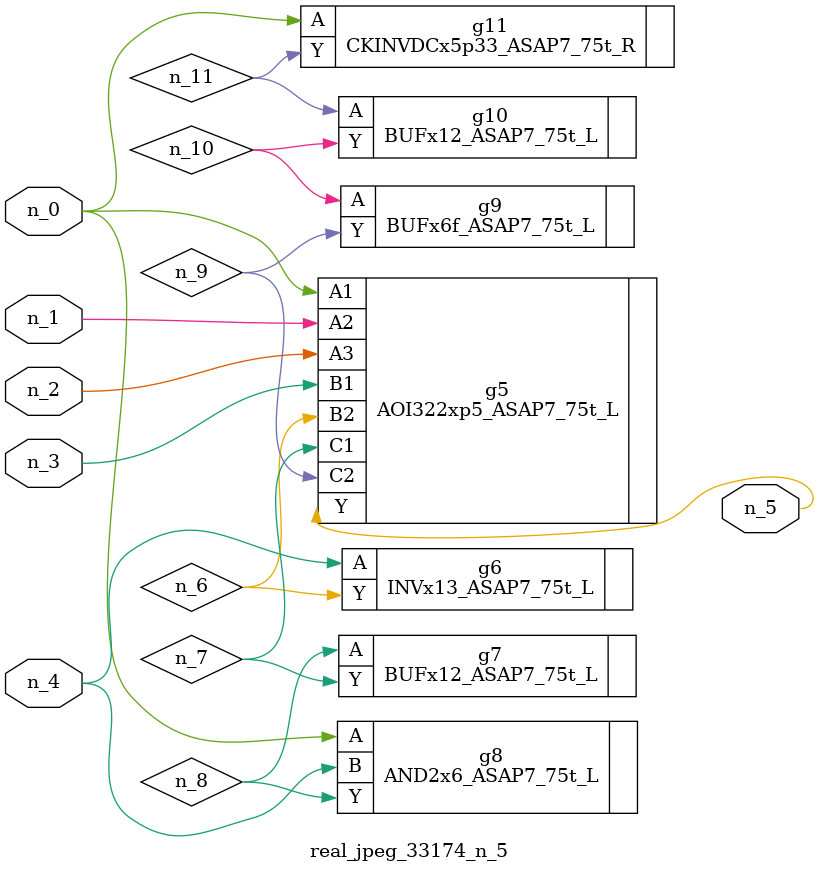
<source format=v>
module real_jpeg_33174_n_5 (n_4, n_0, n_1, n_2, n_3, n_5);

input n_4;
input n_0;
input n_1;
input n_2;
input n_3;

output n_5;

wire n_8;
wire n_11;
wire n_6;
wire n_7;
wire n_10;
wire n_9;

AOI322xp5_ASAP7_75t_L g5 ( 
.A1(n_0),
.A2(n_1),
.A3(n_2),
.B1(n_3),
.B2(n_6),
.C1(n_7),
.C2(n_9),
.Y(n_5)
);

AND2x6_ASAP7_75t_L g8 ( 
.A(n_0),
.B(n_4),
.Y(n_8)
);

CKINVDCx5p33_ASAP7_75t_R g11 ( 
.A(n_0),
.Y(n_11)
);

INVx13_ASAP7_75t_L g6 ( 
.A(n_4),
.Y(n_6)
);

BUFx12_ASAP7_75t_L g7 ( 
.A(n_8),
.Y(n_7)
);

BUFx6f_ASAP7_75t_L g9 ( 
.A(n_10),
.Y(n_9)
);

BUFx12_ASAP7_75t_L g10 ( 
.A(n_11),
.Y(n_10)
);


endmodule
</source>
